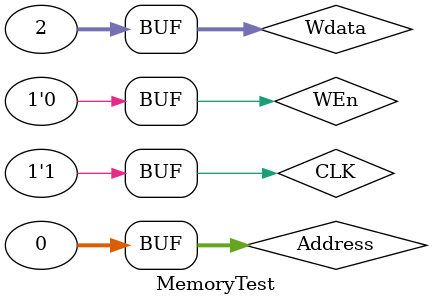
<source format=v>
`timescale 1ns / 1ps


module MemoryTest;

	// Inputs
	reg [31:0] Address;
	reg [31:0] Wdata;
	reg WEn;
	reg CLK;

	// Outputs
	wire [31:0] Rdata;

	// Instantiate the Unit Under Test (UUT)
	memory_unit uut (
		.Address(Address), 
		.Rdata(Rdata), 
		.Wdata(Wdata), 
		.WEn(WEn), 
		.CLK(CLK)
	);

	initial begin
		// Initialize Inputs
		Address = 0;
		Wdata = 0;
		WEn = 0;
		CLK = 0;

		// Wait 100 ns for global reset to finish
		#100;
      Address = 0;
		Wdata = 2;
		WEn = 0;
		CLK = 1;
  
		// Add stimulus here

	end
      
endmodule


</source>
